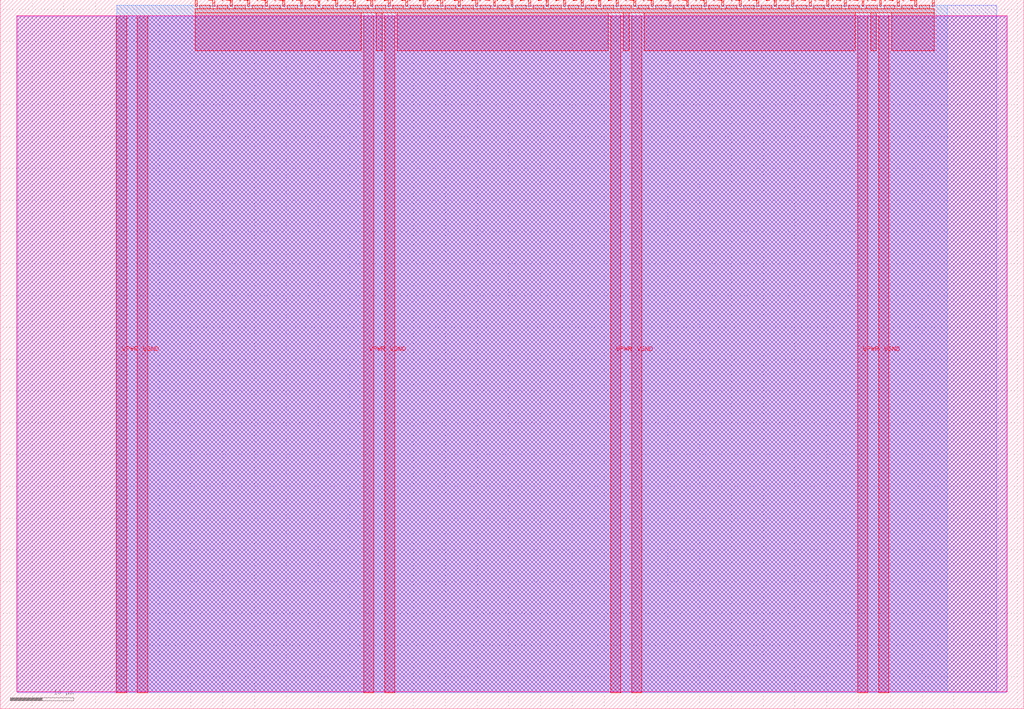
<source format=lef>
VERSION 5.7 ;
  NOWIREEXTENSIONATPIN ON ;
  DIVIDERCHAR "/" ;
  BUSBITCHARS "[]" ;
MACRO tt_um_chrishtet_LIF
  CLASS BLOCK ;
  FOREIGN tt_um_chrishtet_LIF ;
  ORIGIN 0.000 0.000 ;
  SIZE 161.000 BY 111.520 ;
  PIN VGND
    DIRECTION INOUT ;
    USE GROUND ;
    PORT
      LAYER met4 ;
        RECT 21.580 2.480 23.180 109.040 ;
    END
    PORT
      LAYER met4 ;
        RECT 60.450 2.480 62.050 109.040 ;
    END
    PORT
      LAYER met4 ;
        RECT 99.320 2.480 100.920 109.040 ;
    END
    PORT
      LAYER met4 ;
        RECT 138.190 2.480 139.790 109.040 ;
    END
  END VGND
  PIN VPWR
    DIRECTION INOUT ;
    USE POWER ;
    PORT
      LAYER met4 ;
        RECT 18.280 2.480 19.880 109.040 ;
    END
    PORT
      LAYER met4 ;
        RECT 57.150 2.480 58.750 109.040 ;
    END
    PORT
      LAYER met4 ;
        RECT 96.020 2.480 97.620 109.040 ;
    END
    PORT
      LAYER met4 ;
        RECT 134.890 2.480 136.490 109.040 ;
    END
  END VPWR
  PIN clk
    DIRECTION INPUT ;
    USE SIGNAL ;
    ANTENNAGATEAREA 0.852000 ;
    PORT
      LAYER met4 ;
        RECT 143.830 110.520 144.130 111.520 ;
    END
  END clk
  PIN ena
    DIRECTION INPUT ;
    USE SIGNAL ;
    ANTENNAGATEAREA 0.196500 ;
    PORT
      LAYER met4 ;
        RECT 146.590 110.520 146.890 111.520 ;
    END
  END ena
  PIN rst_n
    DIRECTION INPUT ;
    USE SIGNAL ;
    ANTENNAGATEAREA 0.213000 ;
    PORT
      LAYER met4 ;
        RECT 141.070 110.520 141.370 111.520 ;
    END
  END rst_n
  PIN ui_in[0]
    DIRECTION INPUT ;
    USE SIGNAL ;
    ANTENNAGATEAREA 0.196500 ;
    PORT
      LAYER met4 ;
        RECT 138.310 110.520 138.610 111.520 ;
    END
  END ui_in[0]
  PIN ui_in[1]
    DIRECTION INPUT ;
    USE SIGNAL ;
    ANTENNAGATEAREA 0.196500 ;
    PORT
      LAYER met4 ;
        RECT 135.550 110.520 135.850 111.520 ;
    END
  END ui_in[1]
  PIN ui_in[2]
    DIRECTION INPUT ;
    USE SIGNAL ;
    ANTENNAGATEAREA 0.196500 ;
    PORT
      LAYER met4 ;
        RECT 132.790 110.520 133.090 111.520 ;
    END
  END ui_in[2]
  PIN ui_in[3]
    DIRECTION INPUT ;
    USE SIGNAL ;
    ANTENNAGATEAREA 0.196500 ;
    PORT
      LAYER met4 ;
        RECT 130.030 110.520 130.330 111.520 ;
    END
  END ui_in[3]
  PIN ui_in[4]
    DIRECTION INPUT ;
    USE SIGNAL ;
    ANTENNAGATEAREA 0.196500 ;
    PORT
      LAYER met4 ;
        RECT 127.270 110.520 127.570 111.520 ;
    END
  END ui_in[4]
  PIN ui_in[5]
    DIRECTION INPUT ;
    USE SIGNAL ;
    ANTENNAGATEAREA 0.196500 ;
    PORT
      LAYER met4 ;
        RECT 124.510 110.520 124.810 111.520 ;
    END
  END ui_in[5]
  PIN ui_in[6]
    DIRECTION INPUT ;
    USE SIGNAL ;
    ANTENNAGATEAREA 0.196500 ;
    PORT
      LAYER met4 ;
        RECT 121.750 110.520 122.050 111.520 ;
    END
  END ui_in[6]
  PIN ui_in[7]
    DIRECTION INPUT ;
    USE SIGNAL ;
    ANTENNAGATEAREA 0.196500 ;
    PORT
      LAYER met4 ;
        RECT 118.990 110.520 119.290 111.520 ;
    END
  END ui_in[7]
  PIN uio_in[0]
    DIRECTION INPUT ;
    USE SIGNAL ;
    PORT
      LAYER met4 ;
        RECT 116.230 110.520 116.530 111.520 ;
    END
  END uio_in[0]
  PIN uio_in[1]
    DIRECTION INPUT ;
    USE SIGNAL ;
    PORT
      LAYER met4 ;
        RECT 113.470 110.520 113.770 111.520 ;
    END
  END uio_in[1]
  PIN uio_in[2]
    DIRECTION INPUT ;
    USE SIGNAL ;
    PORT
      LAYER met4 ;
        RECT 110.710 110.520 111.010 111.520 ;
    END
  END uio_in[2]
  PIN uio_in[3]
    DIRECTION INPUT ;
    USE SIGNAL ;
    PORT
      LAYER met4 ;
        RECT 107.950 110.520 108.250 111.520 ;
    END
  END uio_in[3]
  PIN uio_in[4]
    DIRECTION INPUT ;
    USE SIGNAL ;
    PORT
      LAYER met4 ;
        RECT 105.190 110.520 105.490 111.520 ;
    END
  END uio_in[4]
  PIN uio_in[5]
    DIRECTION INPUT ;
    USE SIGNAL ;
    PORT
      LAYER met4 ;
        RECT 102.430 110.520 102.730 111.520 ;
    END
  END uio_in[5]
  PIN uio_in[6]
    DIRECTION INPUT ;
    USE SIGNAL ;
    PORT
      LAYER met4 ;
        RECT 99.670 110.520 99.970 111.520 ;
    END
  END uio_in[6]
  PIN uio_in[7]
    DIRECTION INPUT ;
    USE SIGNAL ;
    PORT
      LAYER met4 ;
        RECT 96.910 110.520 97.210 111.520 ;
    END
  END uio_in[7]
  PIN uio_oe[0]
    DIRECTION OUTPUT ;
    USE SIGNAL ;
    PORT
      LAYER met4 ;
        RECT 49.990 110.520 50.290 111.520 ;
    END
  END uio_oe[0]
  PIN uio_oe[1]
    DIRECTION OUTPUT ;
    USE SIGNAL ;
    PORT
      LAYER met4 ;
        RECT 47.230 110.520 47.530 111.520 ;
    END
  END uio_oe[1]
  PIN uio_oe[2]
    DIRECTION OUTPUT ;
    USE SIGNAL ;
    PORT
      LAYER met4 ;
        RECT 44.470 110.520 44.770 111.520 ;
    END
  END uio_oe[2]
  PIN uio_oe[3]
    DIRECTION OUTPUT ;
    USE SIGNAL ;
    PORT
      LAYER met4 ;
        RECT 41.710 110.520 42.010 111.520 ;
    END
  END uio_oe[3]
  PIN uio_oe[4]
    DIRECTION OUTPUT ;
    USE SIGNAL ;
    PORT
      LAYER met4 ;
        RECT 38.950 110.520 39.250 111.520 ;
    END
  END uio_oe[4]
  PIN uio_oe[5]
    DIRECTION OUTPUT ;
    USE SIGNAL ;
    PORT
      LAYER met4 ;
        RECT 36.190 110.520 36.490 111.520 ;
    END
  END uio_oe[5]
  PIN uio_oe[6]
    DIRECTION OUTPUT ;
    USE SIGNAL ;
    PORT
      LAYER met4 ;
        RECT 33.430 110.520 33.730 111.520 ;
    END
  END uio_oe[6]
  PIN uio_oe[7]
    DIRECTION OUTPUT ;
    USE SIGNAL ;
    PORT
      LAYER met4 ;
        RECT 30.670 110.520 30.970 111.520 ;
    END
  END uio_oe[7]
  PIN uio_out[0]
    DIRECTION OUTPUT ;
    USE SIGNAL ;
    PORT
      LAYER met4 ;
        RECT 72.070 110.520 72.370 111.520 ;
    END
  END uio_out[0]
  PIN uio_out[1]
    DIRECTION OUTPUT ;
    USE SIGNAL ;
    PORT
      LAYER met4 ;
        RECT 69.310 110.520 69.610 111.520 ;
    END
  END uio_out[1]
  PIN uio_out[2]
    DIRECTION OUTPUT ;
    USE SIGNAL ;
    PORT
      LAYER met4 ;
        RECT 66.550 110.520 66.850 111.520 ;
    END
  END uio_out[2]
  PIN uio_out[3]
    DIRECTION OUTPUT ;
    USE SIGNAL ;
    PORT
      LAYER met4 ;
        RECT 63.790 110.520 64.090 111.520 ;
    END
  END uio_out[3]
  PIN uio_out[4]
    DIRECTION OUTPUT ;
    USE SIGNAL ;
    PORT
      LAYER met4 ;
        RECT 61.030 110.520 61.330 111.520 ;
    END
  END uio_out[4]
  PIN uio_out[5]
    DIRECTION OUTPUT ;
    USE SIGNAL ;
    PORT
      LAYER met4 ;
        RECT 58.270 110.520 58.570 111.520 ;
    END
  END uio_out[5]
  PIN uio_out[6]
    DIRECTION OUTPUT ;
    USE SIGNAL ;
    PORT
      LAYER met4 ;
        RECT 55.510 110.520 55.810 111.520 ;
    END
  END uio_out[6]
  PIN uio_out[7]
    DIRECTION OUTPUT ;
    USE SIGNAL ;
    PORT
      LAYER met4 ;
        RECT 52.750 110.520 53.050 111.520 ;
    END
  END uio_out[7]
  PIN uo_out[0]
    DIRECTION OUTPUT ;
    USE SIGNAL ;
    ANTENNADIFFAREA 0.445500 ;
    PORT
      LAYER met4 ;
        RECT 94.150 110.520 94.450 111.520 ;
    END
  END uo_out[0]
  PIN uo_out[1]
    DIRECTION OUTPUT ;
    USE SIGNAL ;
    ANTENNADIFFAREA 0.445500 ;
    PORT
      LAYER met4 ;
        RECT 91.390 110.520 91.690 111.520 ;
    END
  END uo_out[1]
  PIN uo_out[2]
    DIRECTION OUTPUT ;
    USE SIGNAL ;
    ANTENNADIFFAREA 0.445500 ;
    PORT
      LAYER met4 ;
        RECT 88.630 110.520 88.930 111.520 ;
    END
  END uo_out[2]
  PIN uo_out[3]
    DIRECTION OUTPUT ;
    USE SIGNAL ;
    ANTENNADIFFAREA 0.445500 ;
    PORT
      LAYER met4 ;
        RECT 85.870 110.520 86.170 111.520 ;
    END
  END uo_out[3]
  PIN uo_out[4]
    DIRECTION OUTPUT ;
    USE SIGNAL ;
    ANTENNADIFFAREA 0.445500 ;
    PORT
      LAYER met4 ;
        RECT 83.110 110.520 83.410 111.520 ;
    END
  END uo_out[4]
  PIN uo_out[5]
    DIRECTION OUTPUT ;
    USE SIGNAL ;
    ANTENNADIFFAREA 0.445500 ;
    PORT
      LAYER met4 ;
        RECT 80.350 110.520 80.650 111.520 ;
    END
  END uo_out[5]
  PIN uo_out[6]
    DIRECTION OUTPUT ;
    USE SIGNAL ;
    PORT
      LAYER met4 ;
        RECT 77.590 110.520 77.890 111.520 ;
    END
  END uo_out[6]
  PIN uo_out[7]
    DIRECTION OUTPUT ;
    USE SIGNAL ;
    PORT
      LAYER met4 ;
        RECT 74.830 110.520 75.130 111.520 ;
    END
  END uo_out[7]
  OBS
      LAYER nwell ;
        RECT 2.570 2.635 158.430 108.990 ;
      LAYER li1 ;
        RECT 2.760 2.635 158.240 108.885 ;
      LAYER met1 ;
        RECT 2.760 2.480 158.240 109.040 ;
      LAYER met2 ;
        RECT 18.310 2.535 156.760 110.685 ;
      LAYER met3 ;
        RECT 18.290 2.555 148.975 110.665 ;
      LAYER met4 ;
        RECT 31.370 110.120 33.030 110.665 ;
        RECT 34.130 110.120 35.790 110.665 ;
        RECT 36.890 110.120 38.550 110.665 ;
        RECT 39.650 110.120 41.310 110.665 ;
        RECT 42.410 110.120 44.070 110.665 ;
        RECT 45.170 110.120 46.830 110.665 ;
        RECT 47.930 110.120 49.590 110.665 ;
        RECT 50.690 110.120 52.350 110.665 ;
        RECT 53.450 110.120 55.110 110.665 ;
        RECT 56.210 110.120 57.870 110.665 ;
        RECT 58.970 110.120 60.630 110.665 ;
        RECT 61.730 110.120 63.390 110.665 ;
        RECT 64.490 110.120 66.150 110.665 ;
        RECT 67.250 110.120 68.910 110.665 ;
        RECT 70.010 110.120 71.670 110.665 ;
        RECT 72.770 110.120 74.430 110.665 ;
        RECT 75.530 110.120 77.190 110.665 ;
        RECT 78.290 110.120 79.950 110.665 ;
        RECT 81.050 110.120 82.710 110.665 ;
        RECT 83.810 110.120 85.470 110.665 ;
        RECT 86.570 110.120 88.230 110.665 ;
        RECT 89.330 110.120 90.990 110.665 ;
        RECT 92.090 110.120 93.750 110.665 ;
        RECT 94.850 110.120 96.510 110.665 ;
        RECT 97.610 110.120 99.270 110.665 ;
        RECT 100.370 110.120 102.030 110.665 ;
        RECT 103.130 110.120 104.790 110.665 ;
        RECT 105.890 110.120 107.550 110.665 ;
        RECT 108.650 110.120 110.310 110.665 ;
        RECT 111.410 110.120 113.070 110.665 ;
        RECT 114.170 110.120 115.830 110.665 ;
        RECT 116.930 110.120 118.590 110.665 ;
        RECT 119.690 110.120 121.350 110.665 ;
        RECT 122.450 110.120 124.110 110.665 ;
        RECT 125.210 110.120 126.870 110.665 ;
        RECT 127.970 110.120 129.630 110.665 ;
        RECT 130.730 110.120 132.390 110.665 ;
        RECT 133.490 110.120 135.150 110.665 ;
        RECT 136.250 110.120 137.910 110.665 ;
        RECT 139.010 110.120 140.670 110.665 ;
        RECT 141.770 110.120 143.430 110.665 ;
        RECT 144.530 110.120 146.190 110.665 ;
        RECT 30.655 109.440 146.905 110.120 ;
        RECT 30.655 103.535 56.750 109.440 ;
        RECT 59.150 103.535 60.050 109.440 ;
        RECT 62.450 103.535 95.620 109.440 ;
        RECT 98.020 103.535 98.920 109.440 ;
        RECT 101.320 103.535 134.490 109.440 ;
        RECT 136.890 103.535 137.790 109.440 ;
        RECT 140.190 103.535 146.905 109.440 ;
  END
END tt_um_chrishtet_LIF
END LIBRARY


</source>
